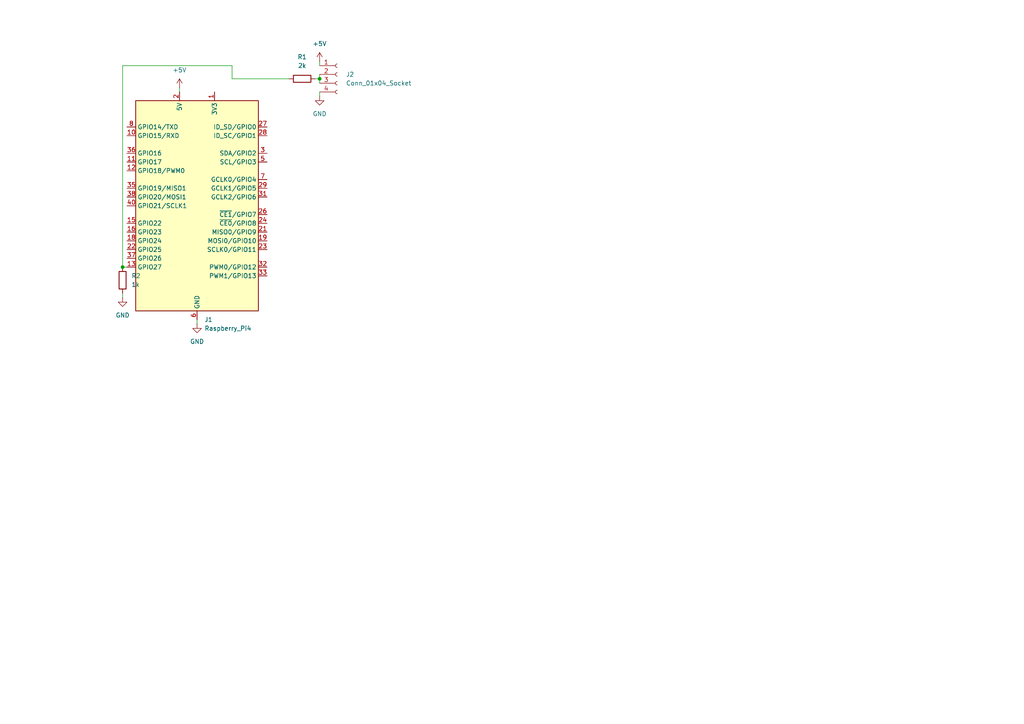
<source format=kicad_sch>
(kicad_sch (version 20250114) (generator "eeschema") (generator_version "9.0")
  (paper "A4")
  (lib_symbols
    (symbol "Connector:Conn_01x04_Socket" (pin_names (offset 1.016) (hide yes))
      (property "Reference" "J" (at 0 5.08 0))
      (property "Value" "Conn_01x04_Socket" (at 0 -7.62 0))
      (symbol "Conn_01x04_Socket_1_1"
        (polyline (pts (xy -1.27 2.54) (xy -0.508 2.54)) (stroke (width 0.1524)))
        (polyline (pts (xy -1.27 0) (xy -0.508 0)) (stroke (width 0.1524)))
        (polyline (pts (xy -1.27 -2.54) (xy -0.508 -2.54)) (stroke (width 0.1524)))
        (polyline (pts (xy -1.27 -5.08) (xy -0.508 -5.08)) (stroke (width 0.1524)))
        (arc (start 0 2.032) (mid -0.5058 2.54) (end 0 3.048) (stroke (width 0.1524)))
        (arc (start 0 -0.508) (mid -0.5058 0) (end 0 0.508) (stroke (width 0.1524)))
        (arc (start 0 -3.048) (mid -0.5058 -2.54) (end 0 -2.032) (stroke (width 0.1524)))
        (arc (start 0 -5.588) (mid -0.5058 -5.08) (end 0 -4.572) (stroke (width 0.1524)))
        (pin passive line (at -5.08 2.54 0) (length 3.81) (name "Pin_1") (number "1"))
        (pin passive line (at -5.08 0 0) (length 3.81) (name "Pin_2") (number "2"))
        (pin passive line (at -5.08 -2.54 0) (length 3.81) (name "Pin_3") (number "3"))
        (pin passive line (at -5.08 -5.08 0) (length 3.81) (name "Pin_4") (number "4"))
      )
    )
    (symbol "Connector:Raspberry_Pi_2_3"
      (property "Reference" "J" (at -17.78 31.75 0))
      (property "Value" "Raspberry_Pi_2_3" (at 10.16 -31.75 0))
      (symbol "Raspberry_Pi_2_3_0_1"
        (rectangle (start -17.78 30.48) (end 17.78 -30.48) (stroke (width 0.254)) (fill (type background)))
      )
      (symbol "Raspberry_Pi_2_3_1_1"
        (pin bidirectional line (at -20.32 22.86 0) (length 2.54) (name "GPIO14/TXD") (number "8"))
        (pin bidirectional line (at -20.32 20.32 0) (length 2.54) (name "GPIO15/RXD") (number "10"))
        (pin bidirectional line (at -20.32 15.24 0) (length 2.54) (name "GPIO16") (number "36"))
        (pin bidirectional line (at -20.32 12.7 0) (length 2.54) (name "GPIO17") (number "11"))
        (pin bidirectional line (at -20.32 10.16 0) (length 2.54) (name "GPIO18/PWM0") (number "12"))
        (pin bidirectional line (at -20.32 5.08 0) (length 2.54) (name "GPIO19/MISO1") (number "35"))
        (pin bidirectional line (at -20.32 2.54 0) (length 2.54) (name "GPIO20/MOSI1") (number "38"))
        (pin bidirectional line (at -20.32 0 0) (length 2.54) (name "GPIO21/SCLK1") (number "40"))
        (pin bidirectional line (at -20.32 -5.08 0) (length 2.54) (name "GPIO22") (number "15"))
        (pin bidirectional line (at -20.32 -7.62 0) (length 2.54) (name "GPIO23") (number "16"))
        (pin bidirectional line (at -20.32 -10.16 0) (length 2.54) (name "GPIO24") (number "18"))
        (pin bidirectional line (at -20.32 -12.7 0) (length 2.54) (name "GPIO25") (number "22"))
        (pin bidirectional line (at -20.32 -15.24 0) (length 2.54) (name "GPIO26") (number "37"))
        (pin bidirectional line (at -20.32 -17.78 0) (length 2.54) (name "GPIO27") (number "13"))
        (pin power_in line (at -5.08 33.02 270) (length 2.54) (name "5V") (number "2"))
        (pin passive line (at -5.08 33.02 270) (length 2.54) (hide yes) (name "5V") (number "4"))
        (pin passive line (at 0 -33.02 90) (length 2.54) (hide yes) (name "GND") (number "14"))
        (pin passive line (at 0 -33.02 90) (length 2.54) (hide yes) (name "GND") (number "20"))
        (pin passive line (at 0 -33.02 90) (length 2.54) (hide yes) (name "GND") (number "25"))
        (pin passive line (at 0 -33.02 90) (length 2.54) (hide yes) (name "GND") (number "30"))
        (pin passive line (at 0 -33.02 90) (length 2.54) (hide yes) (name "GND") (number "34"))
        (pin passive line (at 0 -33.02 90) (length 2.54) (hide yes) (name "GND") (number "39"))
        (pin power_in line (at 0 -33.02 90) (length 2.54) (name "GND") (number "6"))
        (pin passive line (at 0 -33.02 90) (length 2.54) (hide yes) (name "GND") (number "9"))
        (pin power_in line (at 5.08 33.02 270) (length 2.54) (name "3V3") (number "1"))
        (pin passive line (at 5.08 33.02 270) (length 2.54) (hide yes) (name "3V3") (number "17"))
        (pin bidirectional line (at 20.32 22.86 180) (length 2.54) (name "ID_SD/GPIO0") (number "27"))
        (pin bidirectional line (at 20.32 20.32 180) (length 2.54) (name "ID_SC/GPIO1") (number "28"))
        (pin bidirectional line (at 20.32 15.24 180) (length 2.54) (name "SDA/GPIO2") (number "3"))
        (pin bidirectional line (at 20.32 12.7 180) (length 2.54) (name "SCL/GPIO3") (number "5"))
        (pin bidirectional line (at 20.32 7.62 180) (length 2.54) (name "GCLK0/GPIO4") (number "7"))
        (pin bidirectional line (at 20.32 5.08 180) (length 2.54) (name "GCLK1/GPIO5") (number "29"))
        (pin bidirectional line (at 20.32 2.54 180) (length 2.54) (name "GCLK2/GPIO6") (number "31"))
        (pin bidirectional line (at 20.32 -2.54 180) (length 2.54) (name "~{CE1}/GPIO7") (number "26"))
        (pin bidirectional line (at 20.32 -5.08 180) (length 2.54) (name "~{CE0}/GPIO8") (number "24"))
        (pin bidirectional line (at 20.32 -7.62 180) (length 2.54) (name "MISO0/GPIO9") (number "21"))
        (pin bidirectional line (at 20.32 -10.16 180) (length 2.54) (name "MOSI0/GPIO10") (number "19"))
        (pin bidirectional line (at 20.32 -12.7 180) (length 2.54) (name "SCLK0/GPIO11") (number "23"))
        (pin bidirectional line (at 20.32 -17.78 180) (length 2.54) (name "PWM0/GPIO12") (number "32"))
        (pin bidirectional line (at 20.32 -20.32 180) (length 2.54) (name "PWM1/GPIO13") (number "33"))
      )
    )
    (symbol "Device:R" (pin_numbers (hide yes)) (pin_names (offset 0))
      (property "Reference" "R" (at 2.032 0 90))
      (property "Value" "R" (at 0 0 90))
      (symbol "R_0_1"
        (rectangle (start -1.016 -2.54) (end 1.016 2.54) (stroke (width 0.254)))
      )
      (symbol "R_1_1"
        (pin passive line (at 0 3.81 270) (length 1.27) (name "~") (number "1"))
        (pin passive line (at 0 -3.81 90) (length 1.27) (name "~") (number "2"))
      )
    )
    (symbol "power:+5V" (power) (pin_numbers (hide yes)) (pin_names (offset 0) (hide yes))
      (property "Value" "+5V" (at 0 3.556 0))
      (symbol "+5V_0_1"
        (polyline (pts (xy -0.762 1.27) (xy 0 2.54)))
        (polyline (pts (xy 0 2.54) (xy 0.762 1.27)))
        (polyline (pts (xy 0 0) (xy 0 2.54)))
      )
      (symbol "+5V_1_1"
        (pin power_in line (at 0 0 90) (length 0) (name "~") (number "1"))
      )
    )
    (symbol "power:GND" (power) (pin_numbers (hide yes)) (pin_names (offset 0) (hide yes))
      (property "Value" "GND" (at 0 -3.81 0))
      (symbol "GND_0_1"
        (polyline (pts (xy 0 0) (xy 0 -1.27) (xy 1.27 -1.27) (xy 0 -2.54) (xy -1.27 -1.27) (xy 0 -1.27)))
      )
      (symbol "GND_1_1"
        (pin power_in line (at 0 0 270) (length 0) (name "~") (number "1"))
      )
    )
  )
  (junction (at 35.56 77.47))
  (junction (at 92.71 22.86))
  (wire (pts (xy 35.56 85.09) (xy 35.56 86.36)))
  (wire (pts (xy 57.15 92.71) (xy 57.15 93.98)))
  (wire (pts (xy 35.56 19.05) (xy 35.56 77.47)))
  (wire (pts (xy 92.71 17.78) (xy 92.71 19.05)))
  (wire (pts (xy 52.07 25.4) (xy 52.07 26.67)))
  (wire (pts (xy 35.56 77.47) (xy 36.83 77.47)))
  (wire (pts (xy 92.71 22.86) (xy 92.71 24.13)))
  (wire (pts (xy 67.31 22.86) (xy 67.31 19.05)))
  (wire (pts (xy 67.31 19.05) (xy 35.56 19.05)))
  (wire (pts (xy 83.82 22.86) (xy 67.31 22.86)))
  (wire (pts (xy 91.44 22.86) (xy 92.71 22.86)))
  (wire (pts (xy 92.71 21.59) (xy 92.71 22.86)))
  (wire (pts (xy 92.71 26.67) (xy 92.71 27.94)))
  (symbol (lib_id "power:GND") (at 57.15 93.98 0) (unit 1)
    (property "Reference" "#PWR01" (effects (hide yes)))
    (property "Value" "GND" (at 57.15 99.06 0))
    (property "Description" "Power symbol creates a global label with name \"GND\" , ground" (effects (hide yes)))
  )
  (symbol (lib_id "Device:R") (at 87.63 22.86 90) (unit 1)
    (property "Reference" "R1" (at 87.63 16.51 90))
    (property "Value" "2k" (at 87.63 19.05 90))
    (property "Description" "Resistor" (effects (hide yes)))
  )
  (symbol (lib_id "power:+5V") (at 92.71 17.78 0) (unit 1)
    (property "Reference" "#PWR03" (effects (hide yes)))
    (property "Value" "+5V" (at 92.71 12.7 0))
    (property "Description" "Power symbol creates a global label with name \"+5V\"" (effects (hide yes)))
  )
  (symbol (lib_id "Device:R") (at 35.56 81.28 0) (unit 1)
    (property "Reference" "R2" (at 38.1 80.0099 0) (effects (justify left)))
    (property "Value" "1k" (at 38.1 82.5499 0) (effects (justify left)))
    (property "Description" "Resistor" (effects (hide yes)))
  )
  (symbol (lib_id "Connector:Raspberry_Pi_2_3") (at 57.15 59.69 0) (unit 1)
    (property "Reference" "J1" (at 59.2933 92.71 0) (effects (justify left)))
    (property "Value" "Raspberry_Pi4" (at 59.2933 95.25 0) (effects (justify left)))
    (property "Datasheet" "https://www.raspberrypi.org/documentation/hardware/raspberrypi/schematics/rpi_SCH_3bplus_1p0_reduced.pdf" (effects (hide yes)))
    (property "Description" "expansion header for Raspberry Pi 2 & 3" (effects (hide yes)))
  )
  (symbol (lib_id "power:GND") (at 35.56 86.36 0) (unit 1)
    (property "Reference" "#PWR05" (effects (hide yes)))
    (property "Value" "GND" (at 35.56 91.44 0))
    (property "Description" "Power symbol creates a global label with name \"GND\" , ground" (effects (hide yes)))
  )
  (symbol (lib_id "power:GND") (at 92.71 27.94 0) (unit 1)
    (property "Reference" "#PWR04" (effects (hide yes)))
    (property "Value" "GND" (at 92.71 33.02 0))
    (property "Description" "Power symbol creates a global label with name \"GND\" , ground" (effects (hide yes)))
  )
  (symbol (lib_id "Connector:Conn_01x04_Socket") (at 97.79 21.59 0) (unit 1)
    (property "Reference" "J2" (at 100.33 21.5899 0) (effects (justify left)))
    (property "Value" "Conn_01x04_Socket" (at 100.33 24.1299 0) (effects (justify left)))
    (property "Description" "Generic connector, single row, 01x04, script generated" (effects (hide yes)))
  )
  (symbol (lib_id "power:+5V") (at 52.07 25.4 0) (unit 1)
    (property "Reference" "#PWR02" (effects (hide yes)))
    (property "Value" "+5V" (at 52.07 20.32 0))
    (property "Description" "Power symbol creates a global label with name \"+5V\"" (effects (hide yes)))
  )
)
</source>
